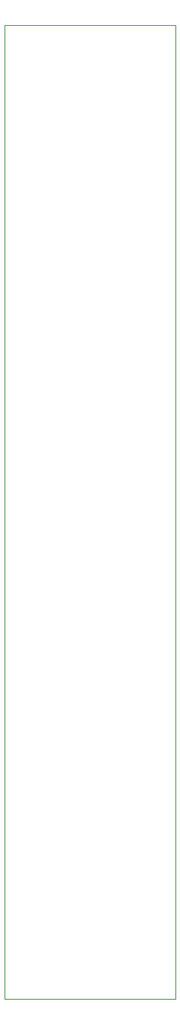
<source format=gko>
G75*
%MOIN*%
%OFA0B0*%
%FSLAX25Y25*%
%IPPOS*%
%LPD*%
%AMOC8*
5,1,8,0,0,1.08239X$1,22.5*
%
%ADD10C,0.00394*%
D10*
X0005537Y0005537D02*
X0005537Y0432702D01*
X0080537Y0432702D01*
X0080537Y0005537D01*
X0005537Y0005537D01*
M02*

</source>
